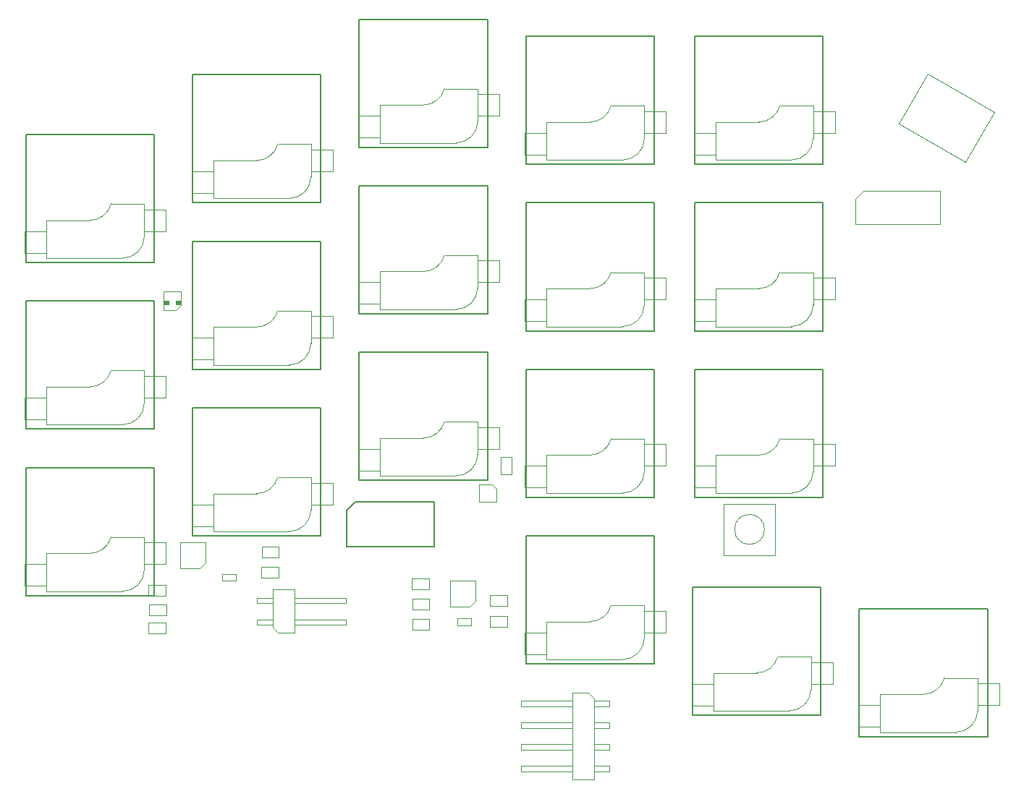
<source format=gbr>
%TF.GenerationSoftware,KiCad,Pcbnew,8.0.2*%
%TF.CreationDate,2025-01-19T21:46:12+07:00*%
%TF.ProjectId,sudi-keyboard,73756469-2d6b-4657-9962-6f6172642e6b,1*%
%TF.SameCoordinates,Original*%
%TF.FileFunction,AssemblyDrawing,Bot*%
%FSLAX46Y46*%
G04 Gerber Fmt 4.6, Leading zero omitted, Abs format (unit mm)*
G04 Created by KiCad (PCBNEW 8.0.2) date 2025-01-19 21:46:12*
%MOMM*%
%LPD*%
G01*
G04 APERTURE LIST*
%ADD10C,0.120000*%
%ADD11C,0.150000*%
%ADD12C,0.100000*%
G04 APERTURE END LIST*
D10*
%TO.C,K16*%
X173470000Y-125920000D02*
X173470000Y-128460000D01*
X173470000Y-128460000D02*
X176010000Y-128460000D01*
D11*
X173590000Y-114610000D02*
X188590000Y-114610000D01*
X173590000Y-129610000D02*
X173590000Y-114610000D01*
D10*
X176010000Y-124650000D02*
X176010000Y-129095000D01*
X176010000Y-125920000D02*
X173470000Y-125920000D01*
X176010000Y-129095000D02*
X184900000Y-129095000D01*
X181090000Y-124650000D02*
X176010000Y-124650000D01*
X187440000Y-122745000D02*
X183630000Y-122745000D01*
X187440000Y-125920000D02*
X189980000Y-125920000D01*
X187440000Y-126555000D02*
X187440000Y-122745000D01*
D11*
X188590000Y-114610000D02*
X188590000Y-129610000D01*
X188590000Y-129610000D02*
X173590000Y-129610000D01*
D10*
X189980000Y-123380000D02*
X187440000Y-123380000D01*
X189980000Y-125920000D02*
X189980000Y-123380000D01*
X183554162Y-122726040D02*
G75*
G02*
X181090000Y-124650000I-2464162J616040D01*
G01*
X187440000Y-126555000D02*
G75*
G02*
X184900000Y-129095000I-2540000J0D01*
G01*
%TO.C,K9*%
X153970000Y-104420000D02*
X153970000Y-106960000D01*
X153970000Y-106960000D02*
X156510000Y-106960000D01*
D11*
X154090000Y-93110000D02*
X169090000Y-93110000D01*
X154090000Y-108110000D02*
X154090000Y-93110000D01*
D10*
X156510000Y-103150000D02*
X156510000Y-107595000D01*
X156510000Y-104420000D02*
X153970000Y-104420000D01*
X156510000Y-107595000D02*
X165400000Y-107595000D01*
X161590000Y-103150000D02*
X156510000Y-103150000D01*
X167940000Y-101245000D02*
X164130000Y-101245000D01*
X167940000Y-104420000D02*
X170480000Y-104420000D01*
X167940000Y-105055000D02*
X167940000Y-101245000D01*
D11*
X169090000Y-93110000D02*
X169090000Y-108110000D01*
X169090000Y-108110000D02*
X154090000Y-108110000D01*
D10*
X170480000Y-101880000D02*
X167940000Y-101880000D01*
X170480000Y-104420000D02*
X170480000Y-101880000D01*
X164054162Y-101226040D02*
G75*
G02*
X161590000Y-103150000I-2464162J616040D01*
G01*
X167940000Y-105055000D02*
G75*
G02*
X165400000Y-107595000I-2540000J0D01*
G01*
%TO.C,K8*%
X153970000Y-84920000D02*
X153970000Y-87460000D01*
X153970000Y-87460000D02*
X156510000Y-87460000D01*
D11*
X154090000Y-73610000D02*
X169090000Y-73610000D01*
X154090000Y-88610000D02*
X154090000Y-73610000D01*
D10*
X156510000Y-83650000D02*
X156510000Y-88095000D01*
X156510000Y-84920000D02*
X153970000Y-84920000D01*
X156510000Y-88095000D02*
X165400000Y-88095000D01*
X161590000Y-83650000D02*
X156510000Y-83650000D01*
X167940000Y-81745000D02*
X164130000Y-81745000D01*
X167940000Y-84920000D02*
X170480000Y-84920000D01*
X167940000Y-85555000D02*
X167940000Y-81745000D01*
D11*
X169090000Y-73610000D02*
X169090000Y-88610000D01*
X169090000Y-88610000D02*
X154090000Y-88610000D01*
D10*
X170480000Y-82380000D02*
X167940000Y-82380000D01*
X170480000Y-84920000D02*
X170480000Y-82380000D01*
X164054162Y-81726040D02*
G75*
G02*
X161590000Y-83650000I-2464162J616040D01*
G01*
X167940000Y-85555000D02*
G75*
G02*
X165400000Y-88095000I-2540000J0D01*
G01*
%TO.C,K18*%
X212470000Y-134420000D02*
X212470000Y-136960000D01*
X212470000Y-136960000D02*
X215010000Y-136960000D01*
D11*
X212590000Y-123110000D02*
X227590000Y-123110000D01*
X212590000Y-138110000D02*
X212590000Y-123110000D01*
D10*
X215010000Y-133150000D02*
X215010000Y-137595000D01*
X215010000Y-134420000D02*
X212470000Y-134420000D01*
X215010000Y-137595000D02*
X223900000Y-137595000D01*
X220090000Y-133150000D02*
X215010000Y-133150000D01*
X226440000Y-131245000D02*
X222630000Y-131245000D01*
X226440000Y-134420000D02*
X228980000Y-134420000D01*
X226440000Y-135055000D02*
X226440000Y-131245000D01*
D11*
X227590000Y-123110000D02*
X227590000Y-138110000D01*
X227590000Y-138110000D02*
X212590000Y-138110000D01*
D10*
X228980000Y-131880000D02*
X226440000Y-131880000D01*
X228980000Y-134420000D02*
X228980000Y-131880000D01*
X222554162Y-131226040D02*
G75*
G02*
X220090000Y-133150000I-2464162J616040D01*
G01*
X226440000Y-135055000D02*
G75*
G02*
X223900000Y-137595000I-2540000J0D01*
G01*
%TO.C,K12*%
X173470000Y-106420000D02*
X173470000Y-108960000D01*
X173470000Y-108960000D02*
X176010000Y-108960000D01*
D11*
X173590000Y-95110000D02*
X188590000Y-95110000D01*
X173590000Y-110110000D02*
X173590000Y-95110000D01*
D10*
X176010000Y-105150000D02*
X176010000Y-109595000D01*
X176010000Y-106420000D02*
X173470000Y-106420000D01*
X176010000Y-109595000D02*
X184900000Y-109595000D01*
X181090000Y-105150000D02*
X176010000Y-105150000D01*
X187440000Y-103245000D02*
X183630000Y-103245000D01*
X187440000Y-106420000D02*
X189980000Y-106420000D01*
X187440000Y-107055000D02*
X187440000Y-103245000D01*
D11*
X188590000Y-95110000D02*
X188590000Y-110110000D01*
X188590000Y-110110000D02*
X173590000Y-110110000D01*
D10*
X189980000Y-103880000D02*
X187440000Y-103880000D01*
X189980000Y-106420000D02*
X189980000Y-103880000D01*
X183554162Y-103226040D02*
G75*
G02*
X181090000Y-105150000I-2464162J616040D01*
G01*
X187440000Y-107055000D02*
G75*
G02*
X184900000Y-109595000I-2540000J0D01*
G01*
%TO.C,K14*%
X193220000Y-86920000D02*
X193220000Y-89460000D01*
X193220000Y-89460000D02*
X195760000Y-89460000D01*
D11*
X193340000Y-75610000D02*
X208340000Y-75610000D01*
X193340000Y-90610000D02*
X193340000Y-75610000D01*
D10*
X195760000Y-85650000D02*
X195760000Y-90095000D01*
X195760000Y-86920000D02*
X193220000Y-86920000D01*
X195760000Y-90095000D02*
X204650000Y-90095000D01*
X200840000Y-85650000D02*
X195760000Y-85650000D01*
X207190000Y-83745000D02*
X203380000Y-83745000D01*
X207190000Y-86920000D02*
X209730000Y-86920000D01*
X207190000Y-87555000D02*
X207190000Y-83745000D01*
D11*
X208340000Y-75610000D02*
X208340000Y-90610000D01*
X208340000Y-90610000D02*
X193340000Y-90610000D01*
D10*
X209730000Y-84380000D02*
X207190000Y-84380000D01*
X209730000Y-86920000D02*
X209730000Y-84380000D01*
X203304162Y-83726040D02*
G75*
G02*
X200840000Y-85650000I-2464162J616040D01*
G01*
X207190000Y-87555000D02*
G75*
G02*
X204650000Y-90095000I-2540000J0D01*
G01*
%TO.C,K7*%
X153970000Y-65420000D02*
X153970000Y-67960000D01*
X153970000Y-67960000D02*
X156510000Y-67960000D01*
D11*
X154090000Y-54110000D02*
X169090000Y-54110000D01*
X154090000Y-69110000D02*
X154090000Y-54110000D01*
D10*
X156510000Y-64150000D02*
X156510000Y-68595000D01*
X156510000Y-65420000D02*
X153970000Y-65420000D01*
X156510000Y-68595000D02*
X165400000Y-68595000D01*
X161590000Y-64150000D02*
X156510000Y-64150000D01*
X167940000Y-62245000D02*
X164130000Y-62245000D01*
X167940000Y-65420000D02*
X170480000Y-65420000D01*
X167940000Y-66055000D02*
X167940000Y-62245000D01*
D11*
X169090000Y-54110000D02*
X169090000Y-69110000D01*
X169090000Y-69110000D02*
X154090000Y-69110000D01*
D10*
X170480000Y-62880000D02*
X167940000Y-62880000D01*
X170480000Y-65420000D02*
X170480000Y-62880000D01*
X164054162Y-62226040D02*
G75*
G02*
X161590000Y-64150000I-2464162J616040D01*
G01*
X167940000Y-66055000D02*
G75*
G02*
X165400000Y-68595000I-2540000J0D01*
G01*
%TO.C,K6*%
X134470000Y-110920000D02*
X134470000Y-113460000D01*
X134470000Y-113460000D02*
X137010000Y-113460000D01*
D11*
X134590000Y-99610000D02*
X149590000Y-99610000D01*
X134590000Y-114610000D02*
X134590000Y-99610000D01*
D10*
X137010000Y-109650000D02*
X137010000Y-114095000D01*
X137010000Y-110920000D02*
X134470000Y-110920000D01*
X137010000Y-114095000D02*
X145900000Y-114095000D01*
X142090000Y-109650000D02*
X137010000Y-109650000D01*
X148440000Y-107745000D02*
X144630000Y-107745000D01*
X148440000Y-110920000D02*
X150980000Y-110920000D01*
X148440000Y-111555000D02*
X148440000Y-107745000D01*
D11*
X149590000Y-99610000D02*
X149590000Y-114610000D01*
X149590000Y-114610000D02*
X134590000Y-114610000D01*
D10*
X150980000Y-108380000D02*
X148440000Y-108380000D01*
X150980000Y-110920000D02*
X150980000Y-108380000D01*
X144554162Y-107726040D02*
G75*
G02*
X142090000Y-109650000I-2464162J616040D01*
G01*
X148440000Y-111555000D02*
G75*
G02*
X145900000Y-114095000I-2540000J0D01*
G01*
%TO.C,K5*%
X134470000Y-91420000D02*
X134470000Y-93960000D01*
X134470000Y-93960000D02*
X137010000Y-93960000D01*
D11*
X134590000Y-80110000D02*
X149590000Y-80110000D01*
X134590000Y-95110000D02*
X134590000Y-80110000D01*
D10*
X137010000Y-90150000D02*
X137010000Y-94595000D01*
X137010000Y-91420000D02*
X134470000Y-91420000D01*
X137010000Y-94595000D02*
X145900000Y-94595000D01*
X142090000Y-90150000D02*
X137010000Y-90150000D01*
X148440000Y-88245000D02*
X144630000Y-88245000D01*
X148440000Y-91420000D02*
X150980000Y-91420000D01*
X148440000Y-92055000D02*
X148440000Y-88245000D01*
D11*
X149590000Y-80110000D02*
X149590000Y-95110000D01*
X149590000Y-95110000D02*
X134590000Y-95110000D01*
D10*
X150980000Y-88880000D02*
X148440000Y-88880000D01*
X150980000Y-91420000D02*
X150980000Y-88880000D01*
X144554162Y-88226040D02*
G75*
G02*
X142090000Y-90150000I-2464162J616040D01*
G01*
X148440000Y-92055000D02*
G75*
G02*
X145900000Y-94595000I-2540000J0D01*
G01*
%TO.C,K2*%
X114970000Y-98420000D02*
X114970000Y-100960000D01*
X114970000Y-100960000D02*
X117510000Y-100960000D01*
D11*
X115090000Y-87110000D02*
X130090000Y-87110000D01*
X115090000Y-102110000D02*
X115090000Y-87110000D01*
D10*
X117510000Y-97150000D02*
X117510000Y-101595000D01*
X117510000Y-98420000D02*
X114970000Y-98420000D01*
X117510000Y-101595000D02*
X126400000Y-101595000D01*
X122590000Y-97150000D02*
X117510000Y-97150000D01*
X128940000Y-95245000D02*
X125130000Y-95245000D01*
X128940000Y-98420000D02*
X131480000Y-98420000D01*
X128940000Y-99055000D02*
X128940000Y-95245000D01*
D11*
X130090000Y-87110000D02*
X130090000Y-102110000D01*
X130090000Y-102110000D02*
X115090000Y-102110000D01*
D10*
X131480000Y-95880000D02*
X128940000Y-95880000D01*
X131480000Y-98420000D02*
X131480000Y-95880000D01*
X125054162Y-95226040D02*
G75*
G02*
X122590000Y-97150000I-2464162J616040D01*
G01*
X128940000Y-99055000D02*
G75*
G02*
X126400000Y-101595000I-2540000J0D01*
G01*
%TO.C,K10*%
X173470000Y-67420000D02*
X173470000Y-69960000D01*
X173470000Y-69960000D02*
X176010000Y-69960000D01*
D11*
X173590000Y-56110000D02*
X188590000Y-56110000D01*
X173590000Y-71110000D02*
X173590000Y-56110000D01*
D10*
X176010000Y-66150000D02*
X176010000Y-70595000D01*
X176010000Y-67420000D02*
X173470000Y-67420000D01*
X176010000Y-70595000D02*
X184900000Y-70595000D01*
X181090000Y-66150000D02*
X176010000Y-66150000D01*
X187440000Y-64245000D02*
X183630000Y-64245000D01*
X187440000Y-67420000D02*
X189980000Y-67420000D01*
X187440000Y-68055000D02*
X187440000Y-64245000D01*
D11*
X188590000Y-56110000D02*
X188590000Y-71110000D01*
X188590000Y-71110000D02*
X173590000Y-71110000D01*
D10*
X189980000Y-64880000D02*
X187440000Y-64880000D01*
X189980000Y-67420000D02*
X189980000Y-64880000D01*
X183554162Y-64226040D02*
G75*
G02*
X181090000Y-66150000I-2464162J616040D01*
G01*
X187440000Y-68055000D02*
G75*
G02*
X184900000Y-70595000I-2540000J0D01*
G01*
%TO.C,K13*%
X193220000Y-67420000D02*
X193220000Y-69960000D01*
X193220000Y-69960000D02*
X195760000Y-69960000D01*
D11*
X193340000Y-56110000D02*
X208340000Y-56110000D01*
X193340000Y-71110000D02*
X193340000Y-56110000D01*
D10*
X195760000Y-66150000D02*
X195760000Y-70595000D01*
X195760000Y-67420000D02*
X193220000Y-67420000D01*
X195760000Y-70595000D02*
X204650000Y-70595000D01*
X200840000Y-66150000D02*
X195760000Y-66150000D01*
X207190000Y-64245000D02*
X203380000Y-64245000D01*
X207190000Y-67420000D02*
X209730000Y-67420000D01*
X207190000Y-68055000D02*
X207190000Y-64245000D01*
D11*
X208340000Y-56110000D02*
X208340000Y-71110000D01*
X208340000Y-71110000D02*
X193340000Y-71110000D01*
D10*
X209730000Y-64880000D02*
X207190000Y-64880000D01*
X209730000Y-67420000D02*
X209730000Y-64880000D01*
X203304162Y-64226040D02*
G75*
G02*
X200840000Y-66150000I-2464162J616040D01*
G01*
X207190000Y-68055000D02*
G75*
G02*
X204650000Y-70595000I-2540000J0D01*
G01*
%TO.C,K3*%
X114970000Y-117920000D02*
X114970000Y-120460000D01*
X114970000Y-120460000D02*
X117510000Y-120460000D01*
D11*
X115090000Y-106610000D02*
X130090000Y-106610000D01*
X115090000Y-121610000D02*
X115090000Y-106610000D01*
D10*
X117510000Y-116650000D02*
X117510000Y-121095000D01*
X117510000Y-117920000D02*
X114970000Y-117920000D01*
X117510000Y-121095000D02*
X126400000Y-121095000D01*
X122590000Y-116650000D02*
X117510000Y-116650000D01*
X128940000Y-114745000D02*
X125130000Y-114745000D01*
X128940000Y-117920000D02*
X131480000Y-117920000D01*
X128940000Y-118555000D02*
X128940000Y-114745000D01*
D11*
X130090000Y-106610000D02*
X130090000Y-121610000D01*
X130090000Y-121610000D02*
X115090000Y-121610000D01*
D10*
X131480000Y-115380000D02*
X128940000Y-115380000D01*
X131480000Y-117920000D02*
X131480000Y-115380000D01*
X125054162Y-114726040D02*
G75*
G02*
X122590000Y-116650000I-2464162J616040D01*
G01*
X128940000Y-118555000D02*
G75*
G02*
X126400000Y-121095000I-2540000J0D01*
G01*
%TO.C,K15*%
X193220000Y-106420000D02*
X193220000Y-108960000D01*
X193220000Y-108960000D02*
X195760000Y-108960000D01*
D11*
X193340000Y-95110000D02*
X208340000Y-95110000D01*
X193340000Y-110110000D02*
X193340000Y-95110000D01*
D10*
X195760000Y-105150000D02*
X195760000Y-109595000D01*
X195760000Y-106420000D02*
X193220000Y-106420000D01*
X195760000Y-109595000D02*
X204650000Y-109595000D01*
X200840000Y-105150000D02*
X195760000Y-105150000D01*
X207190000Y-103245000D02*
X203380000Y-103245000D01*
X207190000Y-106420000D02*
X209730000Y-106420000D01*
X207190000Y-107055000D02*
X207190000Y-103245000D01*
D11*
X208340000Y-95110000D02*
X208340000Y-110110000D01*
X208340000Y-110110000D02*
X193340000Y-110110000D01*
D10*
X209730000Y-103880000D02*
X207190000Y-103880000D01*
X209730000Y-106420000D02*
X209730000Y-103880000D01*
X203304162Y-103226040D02*
G75*
G02*
X200840000Y-105150000I-2464162J616040D01*
G01*
X207190000Y-107055000D02*
G75*
G02*
X204650000Y-109595000I-2540000J0D01*
G01*
%TO.C,K17*%
X192970000Y-131920000D02*
X192970000Y-134460000D01*
X192970000Y-134460000D02*
X195510000Y-134460000D01*
D11*
X193090000Y-120610000D02*
X208090000Y-120610000D01*
X193090000Y-135610000D02*
X193090000Y-120610000D01*
D10*
X195510000Y-130650000D02*
X195510000Y-135095000D01*
X195510000Y-131920000D02*
X192970000Y-131920000D01*
X195510000Y-135095000D02*
X204400000Y-135095000D01*
X200590000Y-130650000D02*
X195510000Y-130650000D01*
X206940000Y-128745000D02*
X203130000Y-128745000D01*
X206940000Y-131920000D02*
X209480000Y-131920000D01*
X206940000Y-132555000D02*
X206940000Y-128745000D01*
D11*
X208090000Y-120610000D02*
X208090000Y-135610000D01*
X208090000Y-135610000D02*
X193090000Y-135610000D01*
D10*
X209480000Y-129380000D02*
X206940000Y-129380000D01*
X209480000Y-131920000D02*
X209480000Y-129380000D01*
X203054162Y-128726040D02*
G75*
G02*
X200590000Y-130650000I-2464162J616040D01*
G01*
X206940000Y-132555000D02*
G75*
G02*
X204400000Y-135095000I-2540000J0D01*
G01*
%TO.C,K4*%
X134470000Y-71920000D02*
X134470000Y-74460000D01*
X134470000Y-74460000D02*
X137010000Y-74460000D01*
D11*
X134590000Y-60610000D02*
X149590000Y-60610000D01*
X134590000Y-75610000D02*
X134590000Y-60610000D01*
D10*
X137010000Y-70650000D02*
X137010000Y-75095000D01*
X137010000Y-71920000D02*
X134470000Y-71920000D01*
X137010000Y-75095000D02*
X145900000Y-75095000D01*
X142090000Y-70650000D02*
X137010000Y-70650000D01*
X148440000Y-68745000D02*
X144630000Y-68745000D01*
X148440000Y-71920000D02*
X150980000Y-71920000D01*
X148440000Y-72555000D02*
X148440000Y-68745000D01*
D11*
X149590000Y-60610000D02*
X149590000Y-75610000D01*
X149590000Y-75610000D02*
X134590000Y-75610000D01*
D10*
X150980000Y-69380000D02*
X148440000Y-69380000D01*
X150980000Y-71920000D02*
X150980000Y-69380000D01*
X144554162Y-68726040D02*
G75*
G02*
X142090000Y-70650000I-2464162J616040D01*
G01*
X148440000Y-72555000D02*
G75*
G02*
X145900000Y-75095000I-2540000J0D01*
G01*
%TO.C,K11*%
X173470000Y-86920000D02*
X173470000Y-89460000D01*
X173470000Y-89460000D02*
X176010000Y-89460000D01*
D11*
X173590000Y-75610000D02*
X188590000Y-75610000D01*
X173590000Y-90610000D02*
X173590000Y-75610000D01*
D10*
X176010000Y-85650000D02*
X176010000Y-90095000D01*
X176010000Y-86920000D02*
X173470000Y-86920000D01*
X176010000Y-90095000D02*
X184900000Y-90095000D01*
X181090000Y-85650000D02*
X176010000Y-85650000D01*
X187440000Y-83745000D02*
X183630000Y-83745000D01*
X187440000Y-86920000D02*
X189980000Y-86920000D01*
X187440000Y-87555000D02*
X187440000Y-83745000D01*
D11*
X188590000Y-75610000D02*
X188590000Y-90610000D01*
X188590000Y-90610000D02*
X173590000Y-90610000D01*
D10*
X189980000Y-84380000D02*
X187440000Y-84380000D01*
X189980000Y-86920000D02*
X189980000Y-84380000D01*
X183554162Y-83726040D02*
G75*
G02*
X181090000Y-85650000I-2464162J616040D01*
G01*
X187440000Y-87555000D02*
G75*
G02*
X184900000Y-90095000I-2540000J0D01*
G01*
%TO.C,K1*%
X114970000Y-78920000D02*
X114970000Y-81460000D01*
X114970000Y-81460000D02*
X117510000Y-81460000D01*
D11*
X115090000Y-67610000D02*
X130090000Y-67610000D01*
X115090000Y-82610000D02*
X115090000Y-67610000D01*
D10*
X117510000Y-77650000D02*
X117510000Y-82095000D01*
X117510000Y-78920000D02*
X114970000Y-78920000D01*
X117510000Y-82095000D02*
X126400000Y-82095000D01*
X122590000Y-77650000D02*
X117510000Y-77650000D01*
X128940000Y-75745000D02*
X125130000Y-75745000D01*
X128940000Y-78920000D02*
X131480000Y-78920000D01*
X128940000Y-79555000D02*
X128940000Y-75745000D01*
D11*
X130090000Y-67610000D02*
X130090000Y-82610000D01*
X130090000Y-82610000D02*
X115090000Y-82610000D01*
D10*
X131480000Y-76380000D02*
X128940000Y-76380000D01*
X131480000Y-78920000D02*
X131480000Y-76380000D01*
X125054162Y-75726040D02*
G75*
G02*
X122590000Y-77650000I-2464162J616040D01*
G01*
X128940000Y-79555000D02*
G75*
G02*
X126400000Y-82095000I-2540000J0D01*
G01*
D12*
%TO.C,J2*%
X173009999Y-137110000D02*
X173010000Y-136469998D01*
X173009999Y-137110000D02*
X179010000Y-137110000D01*
X173010000Y-133930000D02*
X179010000Y-133930000D01*
X173010000Y-134570000D02*
X173010000Y-133930000D01*
X173010000Y-134570000D02*
X179010000Y-134570000D01*
X173010000Y-136469998D02*
X179009996Y-136470000D01*
X173010000Y-139010000D02*
X179010000Y-139010000D01*
X173010000Y-139649999D02*
X173010000Y-139010000D01*
X173010000Y-139649999D02*
X179010001Y-139650000D01*
X173010000Y-141549999D02*
X179010000Y-141550000D01*
X173010000Y-142190001D02*
X173010000Y-141549999D01*
X173010000Y-142190001D02*
X179010000Y-142189999D01*
X179009999Y-143140002D02*
X179010001Y-132980002D01*
X179010001Y-132980002D02*
X180914999Y-132980002D01*
X180914999Y-132980002D02*
X181550000Y-133615001D01*
X181549999Y-139650001D02*
X183370001Y-139650000D01*
X181550000Y-133615001D02*
X181550000Y-143139998D01*
X181550000Y-133930000D02*
X183370000Y-133930000D01*
X181550000Y-134570000D02*
X183370000Y-134570000D01*
X181550000Y-136469998D02*
X183370001Y-136470000D01*
X181550000Y-137110000D02*
X183370000Y-137110001D01*
X181550000Y-139010000D02*
X183370000Y-139009998D01*
X181550000Y-142190001D02*
X183370000Y-142190000D01*
X181550000Y-143139998D02*
X179009999Y-143140002D01*
X181550001Y-141550000D02*
X183369999Y-141549998D01*
X183370000Y-134570000D02*
X183370000Y-133930000D01*
X183370000Y-137110001D02*
X183370001Y-136470000D01*
X183370000Y-142190000D02*
X183369999Y-141549998D01*
X183370001Y-139650000D02*
X183370000Y-139009998D01*
%TO.C,C17*%
X142650000Y-118265000D02*
X144650000Y-118265000D01*
X142650000Y-119515000D02*
X142650000Y-118265000D01*
X144650000Y-118265000D02*
X144650000Y-119515000D01*
X144650000Y-119515000D02*
X142650000Y-119515000D01*
%TO.C,U4*%
X212100000Y-75174997D02*
X213075002Y-74199999D01*
X212100000Y-78100000D02*
X212100000Y-75174997D01*
X213075002Y-74199999D02*
X222000000Y-74200000D01*
X222000000Y-74200000D02*
X222000000Y-78100002D01*
X222000000Y-78100002D02*
X212100000Y-78100000D01*
%TO.C,SW1*%
X196750000Y-116849998D02*
X202749998Y-116850000D01*
X196750002Y-110850000D02*
X196750000Y-116849998D01*
X202749998Y-116850000D02*
X202750000Y-110850002D01*
X202750000Y-110850002D02*
X196750002Y-110850000D01*
X201500716Y-113850000D02*
G75*
G02*
X197999284Y-113850000I-1750716J0D01*
G01*
X197999284Y-113850000D02*
G75*
G02*
X201500716Y-113850000I1750716J0D01*
G01*
%TO.C,C56*%
X170675000Y-105400000D02*
X171925000Y-105400000D01*
X170675000Y-107400000D02*
X170675000Y-105400000D01*
X171925000Y-105400000D02*
X171925000Y-107400000D01*
X171925000Y-107400000D02*
X170675000Y-107400000D01*
%TO.C,D11*%
X131193870Y-88146530D02*
X132643873Y-88146530D01*
X131193871Y-85946530D02*
X131193870Y-88146530D01*
X131193871Y-85946530D02*
X133193876Y-85946530D01*
X132643873Y-88146530D02*
X133193873Y-87596528D01*
X133193873Y-87596528D02*
X133193876Y-85946530D01*
X131793873Y-87546531D02*
X131193873Y-87546530D01*
X131193874Y-87096531D01*
X131793873Y-87096530D01*
X131793873Y-87546531D01*
G36*
X131793873Y-87546531D02*
G01*
X131193873Y-87546530D01*
X131193874Y-87096531D01*
X131793873Y-87096530D01*
X131793873Y-87546531D01*
G37*
X133193876Y-87096532D02*
X133193873Y-87546530D01*
X132643873Y-87546530D01*
X132643873Y-87096530D01*
X133193876Y-87096532D01*
G36*
X133193876Y-87096532D02*
G01*
X133193873Y-87546530D01*
X132643873Y-87546530D01*
X132643873Y-87096530D01*
X133193876Y-87096532D01*
G37*
%TO.C,C13*%
X169400000Y-124025000D02*
X171400000Y-124025000D01*
X169400000Y-125275000D02*
X169400000Y-124025000D01*
X171400000Y-124025000D02*
X171400000Y-125275000D01*
X171400000Y-125275000D02*
X169400000Y-125275000D01*
%TO.C,C14*%
X129450000Y-124775001D02*
X131450000Y-124775001D01*
X129450000Y-126025001D02*
X129450000Y-124775001D01*
X131450000Y-124775001D02*
X131450000Y-126025001D01*
X131450000Y-126025001D02*
X129450000Y-126025001D01*
%TO.C,U6*%
X164700000Y-119889999D02*
X164700000Y-122889999D01*
X164700000Y-119889999D02*
X167700000Y-119889999D01*
X164700000Y-122889999D02*
X166999999Y-122889998D01*
X167700000Y-119889999D02*
X167700001Y-122189996D01*
X167700001Y-122189996D02*
X166999999Y-122889998D01*
%TO.C,L1*%
X165550000Y-124289999D02*
X167150000Y-124289998D01*
X165550000Y-125090000D02*
X165550000Y-124289999D01*
X167150000Y-124289998D02*
X167150000Y-125089999D01*
X167150000Y-125089999D02*
X165550000Y-125090000D01*
%TO.C,R16*%
X129500000Y-122625000D02*
X131500000Y-122625000D01*
X129500000Y-123875000D02*
X129500000Y-122625000D01*
X131500000Y-122625000D02*
X131500000Y-123875000D01*
X131500000Y-123875000D02*
X129500000Y-123875000D01*
%TO.C,C11*%
X160250001Y-119625000D02*
X162250001Y-119625000D01*
X160250001Y-120875000D02*
X160250001Y-119625000D01*
X162250001Y-119625000D02*
X162250001Y-120875000D01*
X162250001Y-120875000D02*
X160250001Y-120875000D01*
%TO.C,C12*%
X169400000Y-121575001D02*
X171400000Y-121575001D01*
X169400000Y-122825001D02*
X169400000Y-121575001D01*
X171400000Y-121575001D02*
X171400000Y-122825001D01*
X171400000Y-122825001D02*
X169400000Y-122825001D01*
%TO.C,J4*%
X142130000Y-121840000D02*
X142129999Y-122480000D01*
X142130000Y-124380000D02*
X142130000Y-125020000D01*
X143950000Y-120890000D02*
X146490001Y-120890003D01*
X143950000Y-121840000D02*
X142130000Y-121840000D01*
X143950000Y-122480000D02*
X142129999Y-122480000D01*
X143950000Y-124380000D02*
X142130000Y-124380000D01*
X143950000Y-125020000D02*
X142130000Y-125020000D01*
X143950000Y-125334999D02*
X143950000Y-120890000D01*
X144584999Y-125970000D02*
X143950000Y-125334999D01*
X146490000Y-125969999D02*
X144584999Y-125970000D01*
X146490001Y-120890003D02*
X146490000Y-125969999D01*
X152490000Y-121840000D02*
X146490000Y-121840000D01*
X152490000Y-121840000D02*
X152490001Y-122480002D01*
X152490000Y-124380000D02*
X146490000Y-124380000D01*
X152490000Y-124380000D02*
X152490000Y-125020000D01*
X152490000Y-125020000D02*
X146490000Y-125020000D01*
X152490001Y-122480002D02*
X146490002Y-122480000D01*
%TO.C,C16*%
X142669999Y-115875000D02*
X144669999Y-115875000D01*
X142669999Y-117125000D02*
X142669999Y-115875000D01*
X144669999Y-115875000D02*
X144669999Y-117125000D01*
X144669999Y-117125000D02*
X142669999Y-117125000D01*
%TO.C,C15*%
X129450000Y-120375000D02*
X131450000Y-120375000D01*
X129450000Y-121625000D02*
X129450000Y-120375000D01*
X131450000Y-120375000D02*
X131450000Y-121625000D01*
X131450000Y-121625000D02*
X129450000Y-121625000D01*
%TO.C,R13*%
X160282380Y-121959947D02*
X162282380Y-121959947D01*
X160282380Y-123209947D02*
X160282380Y-121959947D01*
X162282380Y-121959947D02*
X162282380Y-123209947D01*
X162282380Y-123209947D02*
X160282380Y-123209947D01*
D11*
%TO.C,U8*%
X152640000Y-111610001D02*
X153640001Y-110610000D01*
X152640000Y-115910001D02*
X152640000Y-111610001D01*
X153640001Y-110610000D02*
X162840000Y-110609999D01*
X162840000Y-110609999D02*
X162840001Y-115909999D01*
X162840001Y-115909999D02*
X152640000Y-115910001D01*
D12*
%TO.C,U9*%
X133100000Y-115400000D02*
X133100000Y-118400000D01*
X133100000Y-115400000D02*
X136100000Y-115400000D01*
X133100000Y-118400000D02*
X135400000Y-118399999D01*
X136100000Y-115400000D02*
X136100001Y-117699999D01*
X136100001Y-117699999D02*
X135400000Y-118399999D01*
%TO.C,J5*%
X228373633Y-64955658D02*
X224973632Y-70844630D01*
X217231367Y-66374632D01*
X220631368Y-60485660D01*
X228373633Y-64955658D01*
%TO.C,U10*%
X168100000Y-108600000D02*
X169600000Y-108600000D01*
X168100000Y-110600000D02*
X168100000Y-108600000D01*
X169600000Y-108600000D02*
X170100000Y-109100000D01*
X170100000Y-109100000D02*
X170100000Y-110600000D01*
X170100000Y-110600000D02*
X168100000Y-110600000D01*
%TO.C,C4*%
X160300000Y-124325000D02*
X162300000Y-124325000D01*
X160300000Y-125575000D02*
X160300000Y-124325000D01*
X162300000Y-124325000D02*
X162300000Y-125575000D01*
X162300000Y-125575000D02*
X160300000Y-125575000D01*
%TO.C,L2*%
X138049999Y-119050001D02*
X139650001Y-119049999D01*
X138049999Y-119850001D02*
X138049999Y-119050001D01*
X139650001Y-119049999D02*
X139650001Y-119849999D01*
X139650001Y-119849999D02*
X138049999Y-119850001D01*
%TD*%
M02*

</source>
